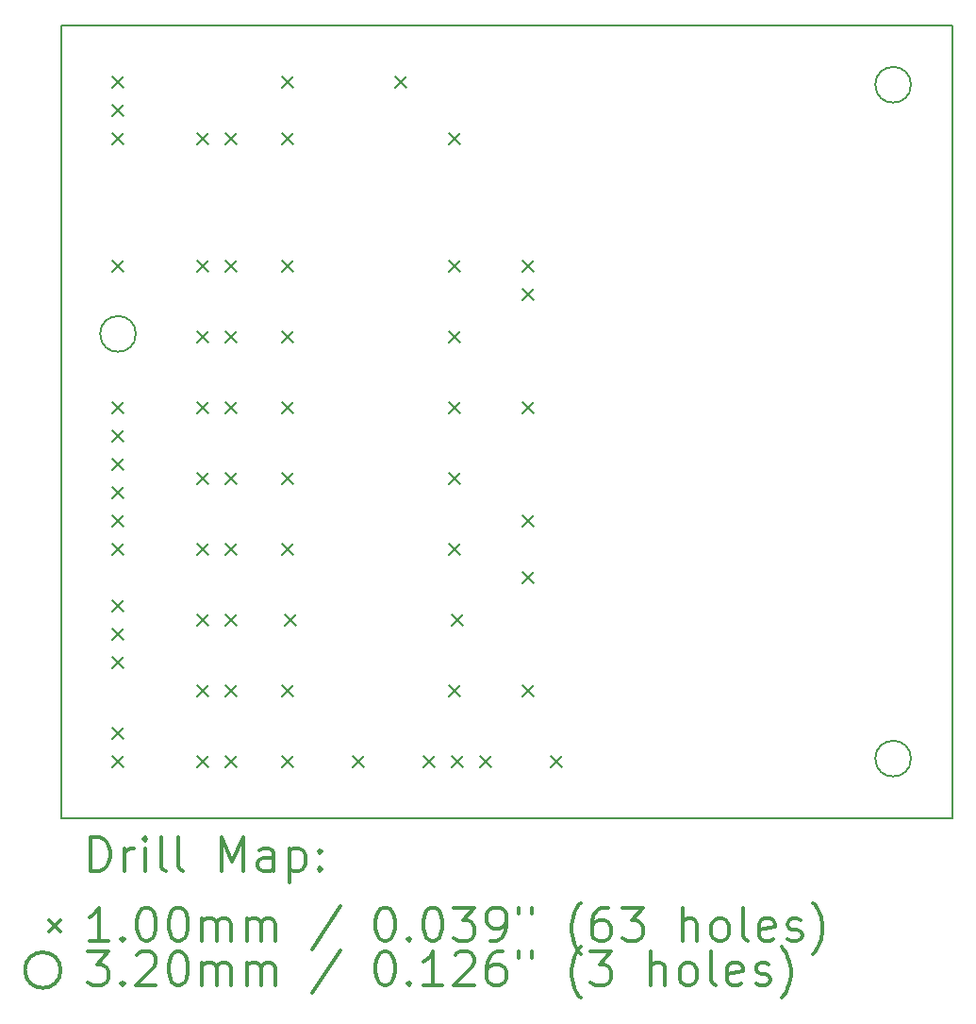
<source format=gbr>
%FSLAX45Y45*%
G04 Gerber Fmt 4.5, Leading zero omitted, Abs format (unit mm)*
G04 Created by KiCad (PCBNEW 4.0.5+dfsg1-4+deb9u1) date Tue Sep 27 17:28:47 2022*
%MOMM*%
%LPD*%
G01*
G04 APERTURE LIST*
%ADD10C,0.127000*%
%ADD11C,0.150000*%
%ADD12C,0.200000*%
%ADD13C,0.300000*%
G04 APERTURE END LIST*
D10*
D11*
X18516600Y-12928600D02*
X14833600Y-12928600D01*
X18516600Y-5816600D02*
X18516600Y-12928600D01*
X10515600Y-5816600D02*
X18516600Y-5816600D01*
X10515600Y-6324600D02*
X10515600Y-5816600D01*
X10515600Y-6324600D02*
X10515600Y-12928600D01*
X10515600Y-12928600D02*
X14833600Y-12928600D01*
X10515600Y-12420600D02*
X10515600Y-12928600D01*
D12*
X10973562Y-6274562D02*
X11073638Y-6374638D01*
X11073638Y-6274562D02*
X10973562Y-6374638D01*
X10973562Y-6528562D02*
X11073638Y-6628638D01*
X11073638Y-6528562D02*
X10973562Y-6628638D01*
X10973562Y-6782562D02*
X11073638Y-6882638D01*
X11073638Y-6782562D02*
X10973562Y-6882638D01*
X10973562Y-7925562D02*
X11073638Y-8025638D01*
X11073638Y-7925562D02*
X10973562Y-8025638D01*
X10973562Y-9195562D02*
X11073638Y-9295638D01*
X11073638Y-9195562D02*
X10973562Y-9295638D01*
X10973562Y-9449562D02*
X11073638Y-9549638D01*
X11073638Y-9449562D02*
X10973562Y-9549638D01*
X10973562Y-9703562D02*
X11073638Y-9803638D01*
X11073638Y-9703562D02*
X10973562Y-9803638D01*
X10973562Y-9957562D02*
X11073638Y-10057638D01*
X11073638Y-9957562D02*
X10973562Y-10057638D01*
X10973562Y-10211562D02*
X11073638Y-10311638D01*
X11073638Y-10211562D02*
X10973562Y-10311638D01*
X10973562Y-10465562D02*
X11073638Y-10565638D01*
X11073638Y-10465562D02*
X10973562Y-10565638D01*
X10973562Y-10973562D02*
X11073638Y-11073638D01*
X11073638Y-10973562D02*
X10973562Y-11073638D01*
X10973562Y-11227562D02*
X11073638Y-11327638D01*
X11073638Y-11227562D02*
X10973562Y-11327638D01*
X10973562Y-11481562D02*
X11073638Y-11581638D01*
X11073638Y-11481562D02*
X10973562Y-11581638D01*
X10973562Y-12116562D02*
X11073638Y-12216638D01*
X11073638Y-12116562D02*
X10973562Y-12216638D01*
X10973562Y-12370562D02*
X11073638Y-12470638D01*
X11073638Y-12370562D02*
X10973562Y-12470638D01*
X11735562Y-6782562D02*
X11835638Y-6882638D01*
X11835638Y-6782562D02*
X11735562Y-6882638D01*
X11735562Y-7925562D02*
X11835638Y-8025638D01*
X11835638Y-7925562D02*
X11735562Y-8025638D01*
X11735562Y-8560562D02*
X11835638Y-8660638D01*
X11835638Y-8560562D02*
X11735562Y-8660638D01*
X11735562Y-9195562D02*
X11835638Y-9295638D01*
X11835638Y-9195562D02*
X11735562Y-9295638D01*
X11735562Y-9830562D02*
X11835638Y-9930638D01*
X11835638Y-9830562D02*
X11735562Y-9930638D01*
X11735562Y-10465562D02*
X11835638Y-10565638D01*
X11835638Y-10465562D02*
X11735562Y-10565638D01*
X11735562Y-11100562D02*
X11835638Y-11200638D01*
X11835638Y-11100562D02*
X11735562Y-11200638D01*
X11735562Y-11735562D02*
X11835638Y-11835638D01*
X11835638Y-11735562D02*
X11735562Y-11835638D01*
X11735562Y-12370562D02*
X11835638Y-12470638D01*
X11835638Y-12370562D02*
X11735562Y-12470638D01*
X11989562Y-6782562D02*
X12089638Y-6882638D01*
X12089638Y-6782562D02*
X11989562Y-6882638D01*
X11989562Y-7925562D02*
X12089638Y-8025638D01*
X12089638Y-7925562D02*
X11989562Y-8025638D01*
X11989562Y-8560562D02*
X12089638Y-8660638D01*
X12089638Y-8560562D02*
X11989562Y-8660638D01*
X11989562Y-9195562D02*
X12089638Y-9295638D01*
X12089638Y-9195562D02*
X11989562Y-9295638D01*
X11989562Y-9830562D02*
X12089638Y-9930638D01*
X12089638Y-9830562D02*
X11989562Y-9930638D01*
X11989562Y-10465562D02*
X12089638Y-10565638D01*
X12089638Y-10465562D02*
X11989562Y-10565638D01*
X11989562Y-11100562D02*
X12089638Y-11200638D01*
X12089638Y-11100562D02*
X11989562Y-11200638D01*
X11989562Y-11735562D02*
X12089638Y-11835638D01*
X12089638Y-11735562D02*
X11989562Y-11835638D01*
X11989562Y-12370562D02*
X12089638Y-12470638D01*
X12089638Y-12370562D02*
X11989562Y-12470638D01*
X12497562Y-6274816D02*
X12597638Y-6374892D01*
X12597638Y-6274816D02*
X12497562Y-6374892D01*
X12497562Y-6782562D02*
X12597638Y-6882638D01*
X12597638Y-6782562D02*
X12497562Y-6882638D01*
X12497562Y-7925562D02*
X12597638Y-8025638D01*
X12597638Y-7925562D02*
X12497562Y-8025638D01*
X12497562Y-8560562D02*
X12597638Y-8660638D01*
X12597638Y-8560562D02*
X12497562Y-8660638D01*
X12497562Y-9195562D02*
X12597638Y-9295638D01*
X12597638Y-9195562D02*
X12497562Y-9295638D01*
X12497562Y-9830562D02*
X12597638Y-9930638D01*
X12597638Y-9830562D02*
X12497562Y-9930638D01*
X12497562Y-10465562D02*
X12597638Y-10565638D01*
X12597638Y-10465562D02*
X12497562Y-10565638D01*
X12497562Y-11735562D02*
X12597638Y-11835638D01*
X12597638Y-11735562D02*
X12497562Y-11835638D01*
X12497562Y-12370562D02*
X12597638Y-12470638D01*
X12597638Y-12370562D02*
X12497562Y-12470638D01*
X12521562Y-11100562D02*
X12621638Y-11200638D01*
X12621638Y-11100562D02*
X12521562Y-11200638D01*
X13132562Y-12370562D02*
X13232638Y-12470638D01*
X13232638Y-12370562D02*
X13132562Y-12470638D01*
X13513562Y-6274816D02*
X13613638Y-6374892D01*
X13613638Y-6274816D02*
X13513562Y-6374892D01*
X13767562Y-12370562D02*
X13867638Y-12470638D01*
X13867638Y-12370562D02*
X13767562Y-12470638D01*
X13997562Y-6782562D02*
X14097638Y-6882638D01*
X14097638Y-6782562D02*
X13997562Y-6882638D01*
X13997562Y-7925562D02*
X14097638Y-8025638D01*
X14097638Y-7925562D02*
X13997562Y-8025638D01*
X13997562Y-8560562D02*
X14097638Y-8660638D01*
X14097638Y-8560562D02*
X13997562Y-8660638D01*
X13997562Y-9195562D02*
X14097638Y-9295638D01*
X14097638Y-9195562D02*
X13997562Y-9295638D01*
X13997562Y-9830562D02*
X14097638Y-9930638D01*
X14097638Y-9830562D02*
X13997562Y-9930638D01*
X13997562Y-10465562D02*
X14097638Y-10565638D01*
X14097638Y-10465562D02*
X13997562Y-10565638D01*
X13997562Y-11735562D02*
X14097638Y-11835638D01*
X14097638Y-11735562D02*
X13997562Y-11835638D01*
X14021562Y-11100562D02*
X14121638Y-11200638D01*
X14121638Y-11100562D02*
X14021562Y-11200638D01*
X14021562Y-12370562D02*
X14121638Y-12470638D01*
X14121638Y-12370562D02*
X14021562Y-12470638D01*
X14275562Y-12370562D02*
X14375638Y-12470638D01*
X14375638Y-12370562D02*
X14275562Y-12470638D01*
X14656308Y-9195562D02*
X14756384Y-9295638D01*
X14756384Y-9195562D02*
X14656308Y-9295638D01*
X14656308Y-10211562D02*
X14756384Y-10311638D01*
X14756384Y-10211562D02*
X14656308Y-10311638D01*
X14656562Y-7925562D02*
X14756638Y-8025638D01*
X14756638Y-7925562D02*
X14656562Y-8025638D01*
X14656562Y-8179562D02*
X14756638Y-8279638D01*
X14756638Y-8179562D02*
X14656562Y-8279638D01*
X14656816Y-10719562D02*
X14756892Y-10819638D01*
X14756892Y-10719562D02*
X14656816Y-10819638D01*
X14656816Y-11735562D02*
X14756892Y-11835638D01*
X14756892Y-11735562D02*
X14656816Y-11835638D01*
X14910562Y-12370562D02*
X15010638Y-12470638D01*
X15010638Y-12370562D02*
X14910562Y-12470638D01*
X11183600Y-8585200D02*
G75*
G03X11183600Y-8585200I-160000J0D01*
G01*
X18143200Y-6350000D02*
G75*
G03X18143200Y-6350000I-160000J0D01*
G01*
X18143200Y-12395200D02*
G75*
G03X18143200Y-12395200I-160000J0D01*
G01*
D13*
X10779529Y-13401814D02*
X10779529Y-13101814D01*
X10850957Y-13101814D01*
X10893814Y-13116100D01*
X10922386Y-13144671D01*
X10936671Y-13173243D01*
X10950957Y-13230386D01*
X10950957Y-13273243D01*
X10936671Y-13330386D01*
X10922386Y-13358957D01*
X10893814Y-13387529D01*
X10850957Y-13401814D01*
X10779529Y-13401814D01*
X11079529Y-13401814D02*
X11079529Y-13201814D01*
X11079529Y-13258957D02*
X11093814Y-13230386D01*
X11108100Y-13216100D01*
X11136671Y-13201814D01*
X11165243Y-13201814D01*
X11265243Y-13401814D02*
X11265243Y-13201814D01*
X11265243Y-13101814D02*
X11250957Y-13116100D01*
X11265243Y-13130386D01*
X11279528Y-13116100D01*
X11265243Y-13101814D01*
X11265243Y-13130386D01*
X11450957Y-13401814D02*
X11422386Y-13387529D01*
X11408100Y-13358957D01*
X11408100Y-13101814D01*
X11608100Y-13401814D02*
X11579528Y-13387529D01*
X11565243Y-13358957D01*
X11565243Y-13101814D01*
X11950957Y-13401814D02*
X11950957Y-13101814D01*
X12050957Y-13316100D01*
X12150957Y-13101814D01*
X12150957Y-13401814D01*
X12422386Y-13401814D02*
X12422386Y-13244671D01*
X12408100Y-13216100D01*
X12379528Y-13201814D01*
X12322386Y-13201814D01*
X12293814Y-13216100D01*
X12422386Y-13387529D02*
X12393814Y-13401814D01*
X12322386Y-13401814D01*
X12293814Y-13387529D01*
X12279528Y-13358957D01*
X12279528Y-13330386D01*
X12293814Y-13301814D01*
X12322386Y-13287529D01*
X12393814Y-13287529D01*
X12422386Y-13273243D01*
X12565243Y-13201814D02*
X12565243Y-13501814D01*
X12565243Y-13216100D02*
X12593814Y-13201814D01*
X12650957Y-13201814D01*
X12679528Y-13216100D01*
X12693814Y-13230386D01*
X12708100Y-13258957D01*
X12708100Y-13344671D01*
X12693814Y-13373243D01*
X12679528Y-13387529D01*
X12650957Y-13401814D01*
X12593814Y-13401814D01*
X12565243Y-13387529D01*
X12836671Y-13373243D02*
X12850957Y-13387529D01*
X12836671Y-13401814D01*
X12822386Y-13387529D01*
X12836671Y-13373243D01*
X12836671Y-13401814D01*
X12836671Y-13216100D02*
X12850957Y-13230386D01*
X12836671Y-13244671D01*
X12822386Y-13230386D01*
X12836671Y-13216100D01*
X12836671Y-13244671D01*
X10408024Y-13846062D02*
X10508100Y-13946138D01*
X10508100Y-13846062D02*
X10408024Y-13946138D01*
X10936671Y-14031814D02*
X10765243Y-14031814D01*
X10850957Y-14031814D02*
X10850957Y-13731814D01*
X10822386Y-13774671D01*
X10793814Y-13803243D01*
X10765243Y-13817529D01*
X11065243Y-14003243D02*
X11079529Y-14017529D01*
X11065243Y-14031814D01*
X11050957Y-14017529D01*
X11065243Y-14003243D01*
X11065243Y-14031814D01*
X11265243Y-13731814D02*
X11293814Y-13731814D01*
X11322386Y-13746100D01*
X11336671Y-13760386D01*
X11350957Y-13788957D01*
X11365243Y-13846100D01*
X11365243Y-13917529D01*
X11350957Y-13974671D01*
X11336671Y-14003243D01*
X11322386Y-14017529D01*
X11293814Y-14031814D01*
X11265243Y-14031814D01*
X11236671Y-14017529D01*
X11222386Y-14003243D01*
X11208100Y-13974671D01*
X11193814Y-13917529D01*
X11193814Y-13846100D01*
X11208100Y-13788957D01*
X11222386Y-13760386D01*
X11236671Y-13746100D01*
X11265243Y-13731814D01*
X11550957Y-13731814D02*
X11579528Y-13731814D01*
X11608100Y-13746100D01*
X11622386Y-13760386D01*
X11636671Y-13788957D01*
X11650957Y-13846100D01*
X11650957Y-13917529D01*
X11636671Y-13974671D01*
X11622386Y-14003243D01*
X11608100Y-14017529D01*
X11579528Y-14031814D01*
X11550957Y-14031814D01*
X11522386Y-14017529D01*
X11508100Y-14003243D01*
X11493814Y-13974671D01*
X11479528Y-13917529D01*
X11479528Y-13846100D01*
X11493814Y-13788957D01*
X11508100Y-13760386D01*
X11522386Y-13746100D01*
X11550957Y-13731814D01*
X11779528Y-14031814D02*
X11779528Y-13831814D01*
X11779528Y-13860386D02*
X11793814Y-13846100D01*
X11822386Y-13831814D01*
X11865243Y-13831814D01*
X11893814Y-13846100D01*
X11908100Y-13874671D01*
X11908100Y-14031814D01*
X11908100Y-13874671D02*
X11922386Y-13846100D01*
X11950957Y-13831814D01*
X11993814Y-13831814D01*
X12022386Y-13846100D01*
X12036671Y-13874671D01*
X12036671Y-14031814D01*
X12179528Y-14031814D02*
X12179528Y-13831814D01*
X12179528Y-13860386D02*
X12193814Y-13846100D01*
X12222386Y-13831814D01*
X12265243Y-13831814D01*
X12293814Y-13846100D01*
X12308100Y-13874671D01*
X12308100Y-14031814D01*
X12308100Y-13874671D02*
X12322386Y-13846100D01*
X12350957Y-13831814D01*
X12393814Y-13831814D01*
X12422386Y-13846100D01*
X12436671Y-13874671D01*
X12436671Y-14031814D01*
X13022386Y-13717529D02*
X12765243Y-14103243D01*
X13408100Y-13731814D02*
X13436671Y-13731814D01*
X13465243Y-13746100D01*
X13479528Y-13760386D01*
X13493814Y-13788957D01*
X13508100Y-13846100D01*
X13508100Y-13917529D01*
X13493814Y-13974671D01*
X13479528Y-14003243D01*
X13465243Y-14017529D01*
X13436671Y-14031814D01*
X13408100Y-14031814D01*
X13379528Y-14017529D01*
X13365243Y-14003243D01*
X13350957Y-13974671D01*
X13336671Y-13917529D01*
X13336671Y-13846100D01*
X13350957Y-13788957D01*
X13365243Y-13760386D01*
X13379528Y-13746100D01*
X13408100Y-13731814D01*
X13636671Y-14003243D02*
X13650957Y-14017529D01*
X13636671Y-14031814D01*
X13622386Y-14017529D01*
X13636671Y-14003243D01*
X13636671Y-14031814D01*
X13836671Y-13731814D02*
X13865243Y-13731814D01*
X13893814Y-13746100D01*
X13908100Y-13760386D01*
X13922385Y-13788957D01*
X13936671Y-13846100D01*
X13936671Y-13917529D01*
X13922385Y-13974671D01*
X13908100Y-14003243D01*
X13893814Y-14017529D01*
X13865243Y-14031814D01*
X13836671Y-14031814D01*
X13808100Y-14017529D01*
X13793814Y-14003243D01*
X13779528Y-13974671D01*
X13765243Y-13917529D01*
X13765243Y-13846100D01*
X13779528Y-13788957D01*
X13793814Y-13760386D01*
X13808100Y-13746100D01*
X13836671Y-13731814D01*
X14036671Y-13731814D02*
X14222385Y-13731814D01*
X14122385Y-13846100D01*
X14165243Y-13846100D01*
X14193814Y-13860386D01*
X14208100Y-13874671D01*
X14222385Y-13903243D01*
X14222385Y-13974671D01*
X14208100Y-14003243D01*
X14193814Y-14017529D01*
X14165243Y-14031814D01*
X14079528Y-14031814D01*
X14050957Y-14017529D01*
X14036671Y-14003243D01*
X14365243Y-14031814D02*
X14422385Y-14031814D01*
X14450957Y-14017529D01*
X14465243Y-14003243D01*
X14493814Y-13960386D01*
X14508100Y-13903243D01*
X14508100Y-13788957D01*
X14493814Y-13760386D01*
X14479528Y-13746100D01*
X14450957Y-13731814D01*
X14393814Y-13731814D01*
X14365243Y-13746100D01*
X14350957Y-13760386D01*
X14336671Y-13788957D01*
X14336671Y-13860386D01*
X14350957Y-13888957D01*
X14365243Y-13903243D01*
X14393814Y-13917529D01*
X14450957Y-13917529D01*
X14479528Y-13903243D01*
X14493814Y-13888957D01*
X14508100Y-13860386D01*
X14622386Y-13731814D02*
X14622386Y-13788957D01*
X14736671Y-13731814D02*
X14736671Y-13788957D01*
X15179528Y-14146100D02*
X15165243Y-14131814D01*
X15136671Y-14088957D01*
X15122385Y-14060386D01*
X15108100Y-14017529D01*
X15093814Y-13946100D01*
X15093814Y-13888957D01*
X15108100Y-13817529D01*
X15122385Y-13774671D01*
X15136671Y-13746100D01*
X15165243Y-13703243D01*
X15179528Y-13688957D01*
X15422385Y-13731814D02*
X15365243Y-13731814D01*
X15336671Y-13746100D01*
X15322385Y-13760386D01*
X15293814Y-13803243D01*
X15279528Y-13860386D01*
X15279528Y-13974671D01*
X15293814Y-14003243D01*
X15308100Y-14017529D01*
X15336671Y-14031814D01*
X15393814Y-14031814D01*
X15422385Y-14017529D01*
X15436671Y-14003243D01*
X15450957Y-13974671D01*
X15450957Y-13903243D01*
X15436671Y-13874671D01*
X15422385Y-13860386D01*
X15393814Y-13846100D01*
X15336671Y-13846100D01*
X15308100Y-13860386D01*
X15293814Y-13874671D01*
X15279528Y-13903243D01*
X15550957Y-13731814D02*
X15736671Y-13731814D01*
X15636671Y-13846100D01*
X15679528Y-13846100D01*
X15708100Y-13860386D01*
X15722385Y-13874671D01*
X15736671Y-13903243D01*
X15736671Y-13974671D01*
X15722385Y-14003243D01*
X15708100Y-14017529D01*
X15679528Y-14031814D01*
X15593814Y-14031814D01*
X15565243Y-14017529D01*
X15550957Y-14003243D01*
X16093814Y-14031814D02*
X16093814Y-13731814D01*
X16222385Y-14031814D02*
X16222385Y-13874671D01*
X16208100Y-13846100D01*
X16179528Y-13831814D01*
X16136671Y-13831814D01*
X16108100Y-13846100D01*
X16093814Y-13860386D01*
X16408100Y-14031814D02*
X16379528Y-14017529D01*
X16365243Y-14003243D01*
X16350957Y-13974671D01*
X16350957Y-13888957D01*
X16365243Y-13860386D01*
X16379528Y-13846100D01*
X16408100Y-13831814D01*
X16450957Y-13831814D01*
X16479528Y-13846100D01*
X16493814Y-13860386D01*
X16508100Y-13888957D01*
X16508100Y-13974671D01*
X16493814Y-14003243D01*
X16479528Y-14017529D01*
X16450957Y-14031814D01*
X16408100Y-14031814D01*
X16679528Y-14031814D02*
X16650957Y-14017529D01*
X16636671Y-13988957D01*
X16636671Y-13731814D01*
X16908100Y-14017529D02*
X16879529Y-14031814D01*
X16822386Y-14031814D01*
X16793814Y-14017529D01*
X16779529Y-13988957D01*
X16779529Y-13874671D01*
X16793814Y-13846100D01*
X16822386Y-13831814D01*
X16879529Y-13831814D01*
X16908100Y-13846100D01*
X16922386Y-13874671D01*
X16922386Y-13903243D01*
X16779529Y-13931814D01*
X17036671Y-14017529D02*
X17065243Y-14031814D01*
X17122386Y-14031814D01*
X17150957Y-14017529D01*
X17165243Y-13988957D01*
X17165243Y-13974671D01*
X17150957Y-13946100D01*
X17122386Y-13931814D01*
X17079529Y-13931814D01*
X17050957Y-13917529D01*
X17036671Y-13888957D01*
X17036671Y-13874671D01*
X17050957Y-13846100D01*
X17079529Y-13831814D01*
X17122386Y-13831814D01*
X17150957Y-13846100D01*
X17265243Y-14146100D02*
X17279529Y-14131814D01*
X17308100Y-14088957D01*
X17322386Y-14060386D01*
X17336671Y-14017529D01*
X17350957Y-13946100D01*
X17350957Y-13888957D01*
X17336671Y-13817529D01*
X17322386Y-13774671D01*
X17308100Y-13746100D01*
X17279529Y-13703243D01*
X17265243Y-13688957D01*
X10508100Y-14292100D02*
G75*
G03X10508100Y-14292100I-160000J0D01*
G01*
X10750957Y-14127814D02*
X10936671Y-14127814D01*
X10836671Y-14242100D01*
X10879529Y-14242100D01*
X10908100Y-14256386D01*
X10922386Y-14270671D01*
X10936671Y-14299243D01*
X10936671Y-14370671D01*
X10922386Y-14399243D01*
X10908100Y-14413529D01*
X10879529Y-14427814D01*
X10793814Y-14427814D01*
X10765243Y-14413529D01*
X10750957Y-14399243D01*
X11065243Y-14399243D02*
X11079529Y-14413529D01*
X11065243Y-14427814D01*
X11050957Y-14413529D01*
X11065243Y-14399243D01*
X11065243Y-14427814D01*
X11193814Y-14156386D02*
X11208100Y-14142100D01*
X11236671Y-14127814D01*
X11308100Y-14127814D01*
X11336671Y-14142100D01*
X11350957Y-14156386D01*
X11365243Y-14184957D01*
X11365243Y-14213529D01*
X11350957Y-14256386D01*
X11179528Y-14427814D01*
X11365243Y-14427814D01*
X11550957Y-14127814D02*
X11579528Y-14127814D01*
X11608100Y-14142100D01*
X11622386Y-14156386D01*
X11636671Y-14184957D01*
X11650957Y-14242100D01*
X11650957Y-14313529D01*
X11636671Y-14370671D01*
X11622386Y-14399243D01*
X11608100Y-14413529D01*
X11579528Y-14427814D01*
X11550957Y-14427814D01*
X11522386Y-14413529D01*
X11508100Y-14399243D01*
X11493814Y-14370671D01*
X11479528Y-14313529D01*
X11479528Y-14242100D01*
X11493814Y-14184957D01*
X11508100Y-14156386D01*
X11522386Y-14142100D01*
X11550957Y-14127814D01*
X11779528Y-14427814D02*
X11779528Y-14227814D01*
X11779528Y-14256386D02*
X11793814Y-14242100D01*
X11822386Y-14227814D01*
X11865243Y-14227814D01*
X11893814Y-14242100D01*
X11908100Y-14270671D01*
X11908100Y-14427814D01*
X11908100Y-14270671D02*
X11922386Y-14242100D01*
X11950957Y-14227814D01*
X11993814Y-14227814D01*
X12022386Y-14242100D01*
X12036671Y-14270671D01*
X12036671Y-14427814D01*
X12179528Y-14427814D02*
X12179528Y-14227814D01*
X12179528Y-14256386D02*
X12193814Y-14242100D01*
X12222386Y-14227814D01*
X12265243Y-14227814D01*
X12293814Y-14242100D01*
X12308100Y-14270671D01*
X12308100Y-14427814D01*
X12308100Y-14270671D02*
X12322386Y-14242100D01*
X12350957Y-14227814D01*
X12393814Y-14227814D01*
X12422386Y-14242100D01*
X12436671Y-14270671D01*
X12436671Y-14427814D01*
X13022386Y-14113529D02*
X12765243Y-14499243D01*
X13408100Y-14127814D02*
X13436671Y-14127814D01*
X13465243Y-14142100D01*
X13479528Y-14156386D01*
X13493814Y-14184957D01*
X13508100Y-14242100D01*
X13508100Y-14313529D01*
X13493814Y-14370671D01*
X13479528Y-14399243D01*
X13465243Y-14413529D01*
X13436671Y-14427814D01*
X13408100Y-14427814D01*
X13379528Y-14413529D01*
X13365243Y-14399243D01*
X13350957Y-14370671D01*
X13336671Y-14313529D01*
X13336671Y-14242100D01*
X13350957Y-14184957D01*
X13365243Y-14156386D01*
X13379528Y-14142100D01*
X13408100Y-14127814D01*
X13636671Y-14399243D02*
X13650957Y-14413529D01*
X13636671Y-14427814D01*
X13622386Y-14413529D01*
X13636671Y-14399243D01*
X13636671Y-14427814D01*
X13936671Y-14427814D02*
X13765243Y-14427814D01*
X13850957Y-14427814D02*
X13850957Y-14127814D01*
X13822385Y-14170671D01*
X13793814Y-14199243D01*
X13765243Y-14213529D01*
X14050957Y-14156386D02*
X14065243Y-14142100D01*
X14093814Y-14127814D01*
X14165243Y-14127814D01*
X14193814Y-14142100D01*
X14208100Y-14156386D01*
X14222385Y-14184957D01*
X14222385Y-14213529D01*
X14208100Y-14256386D01*
X14036671Y-14427814D01*
X14222385Y-14427814D01*
X14479528Y-14127814D02*
X14422385Y-14127814D01*
X14393814Y-14142100D01*
X14379528Y-14156386D01*
X14350957Y-14199243D01*
X14336671Y-14256386D01*
X14336671Y-14370671D01*
X14350957Y-14399243D01*
X14365243Y-14413529D01*
X14393814Y-14427814D01*
X14450957Y-14427814D01*
X14479528Y-14413529D01*
X14493814Y-14399243D01*
X14508100Y-14370671D01*
X14508100Y-14299243D01*
X14493814Y-14270671D01*
X14479528Y-14256386D01*
X14450957Y-14242100D01*
X14393814Y-14242100D01*
X14365243Y-14256386D01*
X14350957Y-14270671D01*
X14336671Y-14299243D01*
X14622386Y-14127814D02*
X14622386Y-14184957D01*
X14736671Y-14127814D02*
X14736671Y-14184957D01*
X15179528Y-14542100D02*
X15165243Y-14527814D01*
X15136671Y-14484957D01*
X15122385Y-14456386D01*
X15108100Y-14413529D01*
X15093814Y-14342100D01*
X15093814Y-14284957D01*
X15108100Y-14213529D01*
X15122385Y-14170671D01*
X15136671Y-14142100D01*
X15165243Y-14099243D01*
X15179528Y-14084957D01*
X15265243Y-14127814D02*
X15450957Y-14127814D01*
X15350957Y-14242100D01*
X15393814Y-14242100D01*
X15422385Y-14256386D01*
X15436671Y-14270671D01*
X15450957Y-14299243D01*
X15450957Y-14370671D01*
X15436671Y-14399243D01*
X15422385Y-14413529D01*
X15393814Y-14427814D01*
X15308100Y-14427814D01*
X15279528Y-14413529D01*
X15265243Y-14399243D01*
X15808100Y-14427814D02*
X15808100Y-14127814D01*
X15936671Y-14427814D02*
X15936671Y-14270671D01*
X15922385Y-14242100D01*
X15893814Y-14227814D01*
X15850957Y-14227814D01*
X15822385Y-14242100D01*
X15808100Y-14256386D01*
X16122385Y-14427814D02*
X16093814Y-14413529D01*
X16079528Y-14399243D01*
X16065243Y-14370671D01*
X16065243Y-14284957D01*
X16079528Y-14256386D01*
X16093814Y-14242100D01*
X16122385Y-14227814D01*
X16165243Y-14227814D01*
X16193814Y-14242100D01*
X16208100Y-14256386D01*
X16222385Y-14284957D01*
X16222385Y-14370671D01*
X16208100Y-14399243D01*
X16193814Y-14413529D01*
X16165243Y-14427814D01*
X16122385Y-14427814D01*
X16393814Y-14427814D02*
X16365243Y-14413529D01*
X16350957Y-14384957D01*
X16350957Y-14127814D01*
X16622386Y-14413529D02*
X16593814Y-14427814D01*
X16536671Y-14427814D01*
X16508100Y-14413529D01*
X16493814Y-14384957D01*
X16493814Y-14270671D01*
X16508100Y-14242100D01*
X16536671Y-14227814D01*
X16593814Y-14227814D01*
X16622386Y-14242100D01*
X16636671Y-14270671D01*
X16636671Y-14299243D01*
X16493814Y-14327814D01*
X16750957Y-14413529D02*
X16779529Y-14427814D01*
X16836671Y-14427814D01*
X16865243Y-14413529D01*
X16879529Y-14384957D01*
X16879529Y-14370671D01*
X16865243Y-14342100D01*
X16836671Y-14327814D01*
X16793814Y-14327814D01*
X16765243Y-14313529D01*
X16750957Y-14284957D01*
X16750957Y-14270671D01*
X16765243Y-14242100D01*
X16793814Y-14227814D01*
X16836671Y-14227814D01*
X16865243Y-14242100D01*
X16979528Y-14542100D02*
X16993814Y-14527814D01*
X17022386Y-14484957D01*
X17036671Y-14456386D01*
X17050957Y-14413529D01*
X17065243Y-14342100D01*
X17065243Y-14284957D01*
X17050957Y-14213529D01*
X17036671Y-14170671D01*
X17022386Y-14142100D01*
X16993814Y-14099243D01*
X16979528Y-14084957D01*
M02*

</source>
